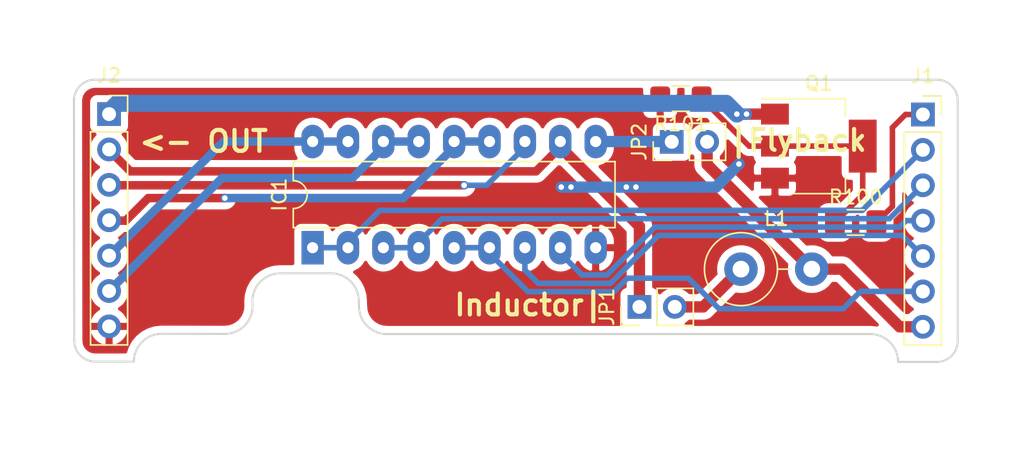
<source format=kicad_pcb>
(kicad_pcb (version 20171130) (host pcbnew 5.1.0-060a0da~80~ubuntu18.10.1)

  (general
    (thickness 1.6)
    (drawings 27)
    (tracks 118)
    (zones 0)
    (modules 9)
    (nets 18)
  )

  (page A4)
  (layers
    (0 F.Cu signal)
    (31 B.Cu signal)
    (32 B.Adhes user)
    (33 F.Adhes user)
    (34 B.Paste user)
    (35 F.Paste user)
    (36 B.SilkS user)
    (37 F.SilkS user)
    (38 B.Mask user)
    (39 F.Mask user)
    (40 Dwgs.User user)
    (41 Cmts.User user hide)
    (42 Eco1.User user)
    (43 Eco2.User user)
    (44 Edge.Cuts user)
    (45 Margin user)
    (46 B.CrtYd user hide)
    (47 F.CrtYd user)
    (48 B.Fab user)
    (49 F.Fab user)
  )

  (setup
    (last_trace_width 1.2192)
    (user_trace_width 0.4)
    (user_trace_width 0.6096)
    (user_trace_width 0.8128)
    (user_trace_width 1.2192)
    (user_trace_width 1.778)
    (trace_clearance 0.2)
    (zone_clearance 0.508)
    (zone_45_only no)
    (trace_min 0.2)
    (via_size 0.6)
    (via_drill 0.4)
    (via_min_size 0.4)
    (via_min_drill 0.3)
    (uvia_size 0.3)
    (uvia_drill 0.1)
    (uvias_allowed no)
    (uvia_min_size 0.2)
    (uvia_min_drill 0.1)
    (edge_width 0.15)
    (segment_width 0.2)
    (pcb_text_width 0.3)
    (pcb_text_size 1.5 1.5)
    (mod_edge_width 0.15)
    (mod_text_size 1 1)
    (mod_text_width 0.15)
    (pad_size 1.524 1.524)
    (pad_drill 0.762)
    (pad_to_mask_clearance 0.2)
    (aux_axis_origin 0 0)
    (visible_elements FFFFFF7F)
    (pcbplotparams
      (layerselection 0x010fc_ffffffff)
      (usegerberextensions true)
      (usegerberattributes false)
      (usegerberadvancedattributes false)
      (creategerberjobfile false)
      (excludeedgelayer true)
      (linewidth 0.100000)
      (plotframeref false)
      (viasonmask false)
      (mode 1)
      (useauxorigin false)
      (hpglpennumber 1)
      (hpglpenspeed 20)
      (hpglpendiameter 15.000000)
      (psnegative false)
      (psa4output false)
      (plotreference true)
      (plotvalue true)
      (plotinvisibletext false)
      (padsonsilk false)
      (subtractmaskfromsilk false)
      (outputformat 1)
      (mirror false)
      (drillshape 0)
      (scaleselection 1)
      (outputdirectory "../gerbers/ULN/"))
  )

  (net 0 "")
  (net 1 "Net-(IC1-Pad1)")
  (net 2 "Net-(IC1-Pad10)")
  (net 3 "Net-(IC1-Pad3)")
  (net 4 "Net-(IC1-Pad5)")
  (net 5 "Net-(IC1-Pad7)")
  (net 6 "Net-(IC1-Pad8)")
  (net 7 GND)
  (net 8 12V)
  (net 9 "Net-(JP1-Pad2)")
  (net 10 ULN-TACH-OUT)
  (net 11 ULN-FP-OUT)
  (net 12 ULN-BOOST-OUT)
  (net 13 ULN-FAN-OUT)
  (net 14 ULN-FAN2-OUT)
  (net 15 "Net-(J1-Pad1)")
  (net 16 ULN-AUX1-OUT)
  (net 17 "Net-(Q1-Pad2)")

  (net_class Default "This is the default net class."
    (clearance 0.2)
    (trace_width 0.25)
    (via_dia 0.6)
    (via_drill 0.4)
    (uvia_dia 0.3)
    (uvia_drill 0.1)
    (add_net 12V)
    (add_net GND)
    (add_net "Net-(IC1-Pad1)")
    (add_net "Net-(IC1-Pad10)")
    (add_net "Net-(IC1-Pad3)")
    (add_net "Net-(IC1-Pad5)")
    (add_net "Net-(IC1-Pad7)")
    (add_net "Net-(IC1-Pad8)")
    (add_net "Net-(J1-Pad1)")
    (add_net "Net-(JP1-Pad2)")
    (add_net "Net-(Q1-Pad2)")
    (add_net ULN-AUX1-OUT)
    (add_net ULN-BOOST-OUT)
    (add_net ULN-FAN-OUT)
    (add_net ULN-FAN2-OUT)
    (add_net ULN-FP-OUT)
    (add_net ULN-TACH-OUT)
  )

  (module Inductor_THT:L_Axial_L12.0mm_D5.0mm_P5.08mm_Vertical_Fastron_MISC (layer F.Cu) (tedit 5AE59B05) (tstamp 5AA050EF)
    (at 83.22 105.85)
    (descr "Inductor, Axial series, Axial, Vertical, pin pitch=5.08mm, , length*diameter=12*5mm^2, Fastron, MISC, http://cdn-reichelt.de/documents/datenblatt/B400/DS_MISC.pdf")
    (tags "Inductor Axial series Axial Vertical pin pitch 5.08mm  length 12mm diameter 5mm Fastron MISC")
    (path /5A550CF1)
    (fp_text reference L1 (at 2.54 -3.62) (layer F.SilkS)
      (effects (font (size 1 1) (thickness 0.15)))
    )
    (fp_text value L (at 2.54 3.62) (layer F.Fab)
      (effects (font (size 1 1) (thickness 0.15)))
    )
    (fp_text user %R (at 2.54 -3.62) (layer F.Fab)
      (effects (font (size 1 1) (thickness 0.15)))
    )
    (fp_line (start 6.53 -2.75) (end -2.75 -2.75) (layer F.CrtYd) (width 0.05))
    (fp_line (start 6.53 2.75) (end 6.53 -2.75) (layer F.CrtYd) (width 0.05))
    (fp_line (start -2.75 2.75) (end 6.53 2.75) (layer F.CrtYd) (width 0.05))
    (fp_line (start -2.75 -2.75) (end -2.75 2.75) (layer F.CrtYd) (width 0.05))
    (fp_line (start 2.62 0) (end 3.58 0) (layer F.SilkS) (width 0.12))
    (fp_line (start 0 0) (end 5.08 0) (layer F.Fab) (width 0.1))
    (fp_circle (center 0 0) (end 2.62 0) (layer F.SilkS) (width 0.12))
    (fp_circle (center 0 0) (end 2.5 0) (layer F.Fab) (width 0.1))
    (pad 2 thru_hole oval (at 5.08 0) (size 2.4 2.4) (drill 1.2) (layers *.Cu *.Mask)
      (net 8 12V))
    (pad 1 thru_hole circle (at 0 0) (size 2.4 2.4) (drill 1.2) (layers *.Cu *.Mask)
      (net 9 "Net-(JP1-Pad2)"))
    (model ${KISYS3DMOD}/Inductor_THT.3dshapes/L_Axial_L12.0mm_D5.0mm_P5.08mm_Vertical_Fastron_MISC.wrl
      (at (xyz 0 0 0))
      (scale (xyz 1 1 1))
      (rotate (xyz 0 0 0))
    )
  )

  (module Housings_DIP:DIP-18_W7.62mm_LongPads (layer F.Cu) (tedit 58CC8E2D) (tstamp 5AA050BD)
    (at 52.47 104.31 90)
    (descr "18-lead dip package, row spacing 7.62 mm (300 mils), LongPads")
    (tags "DIL DIP PDIP 2.54mm 7.62mm 300mil LongPads")
    (path /5A54EB0D)
    (fp_text reference IC1 (at 3.81 -2.39 90) (layer F.SilkS)
      (effects (font (size 1 1) (thickness 0.15)))
    )
    (fp_text value ULN2803A (at 3.81 22.71 90) (layer F.Fab)
      (effects (font (size 1 1) (thickness 0.15)))
    )
    (fp_text user %R (at 3.92 10.16 90) (layer F.Fab)
      (effects (font (size 1 1) (thickness 0.15)))
    )
    (fp_line (start 1.635 -1.27) (end 6.985 -1.27) (layer F.Fab) (width 0.1))
    (fp_line (start 6.985 -1.27) (end 6.985 21.59) (layer F.Fab) (width 0.1))
    (fp_line (start 6.985 21.59) (end 0.635 21.59) (layer F.Fab) (width 0.1))
    (fp_line (start 0.635 21.59) (end 0.635 -0.27) (layer F.Fab) (width 0.1))
    (fp_line (start 0.635 -0.27) (end 1.635 -1.27) (layer F.Fab) (width 0.1))
    (fp_line (start 2.81 -1.39) (end 1.44 -1.39) (layer F.SilkS) (width 0.12))
    (fp_line (start 1.44 -1.39) (end 1.44 21.71) (layer F.SilkS) (width 0.12))
    (fp_line (start 1.44 21.71) (end 6.18 21.71) (layer F.SilkS) (width 0.12))
    (fp_line (start 6.18 21.71) (end 6.18 -1.39) (layer F.SilkS) (width 0.12))
    (fp_line (start 6.18 -1.39) (end 4.81 -1.39) (layer F.SilkS) (width 0.12))
    (fp_line (start -1.5 -1.6) (end -1.5 21.9) (layer F.CrtYd) (width 0.05))
    (fp_line (start -1.5 21.9) (end 9.1 21.9) (layer F.CrtYd) (width 0.05))
    (fp_line (start 9.1 21.9) (end 9.1 -1.6) (layer F.CrtYd) (width 0.05))
    (fp_line (start 9.1 -1.6) (end -1.5 -1.6) (layer F.CrtYd) (width 0.05))
    (fp_arc (start 3.81 -1.39) (end 2.81 -1.39) (angle -180) (layer F.SilkS) (width 0.12))
    (pad 1 thru_hole rect (at 0 0 90) (size 2.4 1.6) (drill 0.8) (layers *.Cu *.Mask)
      (net 1 "Net-(IC1-Pad1)"))
    (pad 10 thru_hole oval (at 7.62 20.32 90) (size 2.4 1.6) (drill 0.8) (layers *.Cu *.Mask)
      (net 2 "Net-(IC1-Pad10)"))
    (pad 2 thru_hole oval (at 0 2.54 90) (size 2.4 1.6) (drill 0.8) (layers *.Cu *.Mask)
      (net 1 "Net-(IC1-Pad1)"))
    (pad 11 thru_hole oval (at 7.62 17.78 90) (size 2.4 1.6) (drill 0.8) (layers *.Cu *.Mask)
      (net 10 ULN-TACH-OUT))
    (pad 3 thru_hole oval (at 0 5.08 90) (size 2.4 1.6) (drill 0.8) (layers *.Cu *.Mask)
      (net 3 "Net-(IC1-Pad3)"))
    (pad 12 thru_hole oval (at 7.62 15.24 90) (size 2.4 1.6) (drill 0.8) (layers *.Cu *.Mask)
      (net 11 ULN-FP-OUT))
    (pad 4 thru_hole oval (at 0 7.62 90) (size 2.4 1.6) (drill 0.8) (layers *.Cu *.Mask)
      (net 3 "Net-(IC1-Pad3)"))
    (pad 13 thru_hole oval (at 7.62 12.7 90) (size 2.4 1.6) (drill 0.8) (layers *.Cu *.Mask)
      (net 14 ULN-FAN2-OUT))
    (pad 5 thru_hole oval (at 0 10.16 90) (size 2.4 1.6) (drill 0.8) (layers *.Cu *.Mask)
      (net 4 "Net-(IC1-Pad5)"))
    (pad 14 thru_hole oval (at 7.62 10.16 90) (size 2.4 1.6) (drill 0.8) (layers *.Cu *.Mask)
      (net 14 ULN-FAN2-OUT))
    (pad 6 thru_hole oval (at 0 12.7 90) (size 2.4 1.6) (drill 0.8) (layers *.Cu *.Mask)
      (net 4 "Net-(IC1-Pad5)"))
    (pad 15 thru_hole oval (at 7.62 7.62 90) (size 2.4 1.6) (drill 0.8) (layers *.Cu *.Mask)
      (net 16 ULN-AUX1-OUT))
    (pad 7 thru_hole oval (at 0 15.24 90) (size 2.4 1.6) (drill 0.8) (layers *.Cu *.Mask)
      (net 5 "Net-(IC1-Pad7)"))
    (pad 16 thru_hole oval (at 7.62 5.08 90) (size 2.4 1.6) (drill 0.8) (layers *.Cu *.Mask)
      (net 16 ULN-AUX1-OUT))
    (pad 8 thru_hole oval (at 0 17.78 90) (size 2.4 1.6) (drill 0.8) (layers *.Cu *.Mask)
      (net 6 "Net-(IC1-Pad8)"))
    (pad 17 thru_hole oval (at 7.62 2.54 90) (size 2.4 1.6) (drill 0.8) (layers *.Cu *.Mask)
      (net 13 ULN-FAN-OUT))
    (pad 9 thru_hole oval (at 0 20.32 90) (size 2.4 1.6) (drill 0.8) (layers *.Cu *.Mask)
      (net 7 GND))
    (pad 18 thru_hole oval (at 7.62 0 90) (size 2.4 1.6) (drill 0.8) (layers *.Cu *.Mask)
      (net 13 ULN-FAN-OUT))
    (model ${KISYS3DMOD}/Housings_DIP.3dshapes/DIP-18_W7.62mm_LongPads.wrl
      (at (xyz 0 0 0))
      (scale (xyz 1 1 1))
      (rotate (xyz 0 0 0))
    )
  )

  (module Pin_Headers:Pin_Header_Straight_1x02_Pitch2.54mm (layer F.Cu) (tedit 59650532) (tstamp 5AA050E3)
    (at 75.93 108.56 90)
    (descr "Through hole straight pin header, 1x02, 2.54mm pitch, single row")
    (tags "Through hole pin header THT 1x02 2.54mm single row")
    (path /5A550FDB)
    (fp_text reference JP1 (at 0 -2.33 90) (layer F.SilkS)
      (effects (font (size 1 1) (thickness 0.15)))
    )
    (fp_text value JP1 (at 0 4.87 90) (layer F.Fab)
      (effects (font (size 1 1) (thickness 0.15)))
    )
    (fp_line (start -0.635 -1.27) (end 1.27 -1.27) (layer F.Fab) (width 0.1))
    (fp_line (start 1.27 -1.27) (end 1.27 3.81) (layer F.Fab) (width 0.1))
    (fp_line (start 1.27 3.81) (end -1.27 3.81) (layer F.Fab) (width 0.1))
    (fp_line (start -1.27 3.81) (end -1.27 -0.635) (layer F.Fab) (width 0.1))
    (fp_line (start -1.27 -0.635) (end -0.635 -1.27) (layer F.Fab) (width 0.1))
    (fp_line (start -1.33 3.87) (end 1.33 3.87) (layer F.SilkS) (width 0.12))
    (fp_line (start -1.33 1.27) (end -1.33 3.87) (layer F.SilkS) (width 0.12))
    (fp_line (start 1.33 1.27) (end 1.33 3.87) (layer F.SilkS) (width 0.12))
    (fp_line (start -1.33 1.27) (end 1.33 1.27) (layer F.SilkS) (width 0.12))
    (fp_line (start -1.33 0) (end -1.33 -1.33) (layer F.SilkS) (width 0.12))
    (fp_line (start -1.33 -1.33) (end 0 -1.33) (layer F.SilkS) (width 0.12))
    (fp_line (start -1.8 -1.8) (end -1.8 4.35) (layer F.CrtYd) (width 0.05))
    (fp_line (start -1.8 4.35) (end 1.8 4.35) (layer F.CrtYd) (width 0.05))
    (fp_line (start 1.8 4.35) (end 1.8 -1.8) (layer F.CrtYd) (width 0.05))
    (fp_line (start 1.8 -1.8) (end -1.8 -1.8) (layer F.CrtYd) (width 0.05))
    (fp_text user %R (at 0.26 1.24 180) (layer F.Fab)
      (effects (font (size 1 1) (thickness 0.15)))
    )
    (pad 1 thru_hole rect (at 0 0 90) (size 1.7 1.7) (drill 1) (layers *.Cu *.Mask)
      (net 10 ULN-TACH-OUT))
    (pad 2 thru_hole oval (at 0 2.54 90) (size 1.7 1.7) (drill 1) (layers *.Cu *.Mask)
      (net 9 "Net-(JP1-Pad2)"))
    (model ${KISYS3DMOD}/Pin_Headers.3dshapes/Pin_Header_Straight_1x02_Pitch2.54mm.wrl
      (at (xyz 0 0 0))
      (scale (xyz 1 1 1))
      (rotate (xyz 0 0 0))
    )
  )

  (module Pin_Headers:Pin_Header_Straight_1x02_Pitch2.54mm (layer F.Cu) (tedit 59650532) (tstamp 5AA050E9)
    (at 78.25 96.71 90)
    (descr "Through hole straight pin header, 1x02, 2.54mm pitch, single row")
    (tags "Through hole pin header THT 1x02 2.54mm single row")
    (path /5A54F43C)
    (fp_text reference JP2 (at 0 -2.33 90) (layer F.SilkS)
      (effects (font (size 1 1) (thickness 0.15)))
    )
    (fp_text value JP2 (at 0 4.87 90) (layer F.Fab)
      (effects (font (size 1 1) (thickness 0.15)))
    )
    (fp_line (start -0.635 -1.27) (end 1.27 -1.27) (layer F.Fab) (width 0.1))
    (fp_line (start 1.27 -1.27) (end 1.27 3.81) (layer F.Fab) (width 0.1))
    (fp_line (start 1.27 3.81) (end -1.27 3.81) (layer F.Fab) (width 0.1))
    (fp_line (start -1.27 3.81) (end -1.27 -0.635) (layer F.Fab) (width 0.1))
    (fp_line (start -1.27 -0.635) (end -0.635 -1.27) (layer F.Fab) (width 0.1))
    (fp_line (start -1.33 3.87) (end 1.33 3.87) (layer F.SilkS) (width 0.12))
    (fp_line (start -1.33 1.27) (end -1.33 3.87) (layer F.SilkS) (width 0.12))
    (fp_line (start 1.33 1.27) (end 1.33 3.87) (layer F.SilkS) (width 0.12))
    (fp_line (start -1.33 1.27) (end 1.33 1.27) (layer F.SilkS) (width 0.12))
    (fp_line (start -1.33 0) (end -1.33 -1.33) (layer F.SilkS) (width 0.12))
    (fp_line (start -1.33 -1.33) (end 0 -1.33) (layer F.SilkS) (width 0.12))
    (fp_line (start -1.8 -1.8) (end -1.8 4.35) (layer F.CrtYd) (width 0.05))
    (fp_line (start -1.8 4.35) (end 1.8 4.35) (layer F.CrtYd) (width 0.05))
    (fp_line (start 1.8 4.35) (end 1.8 -1.8) (layer F.CrtYd) (width 0.05))
    (fp_line (start 1.8 -1.8) (end -1.8 -1.8) (layer F.CrtYd) (width 0.05))
    (fp_text user %R (at 0 1.27 180) (layer F.Fab)
      (effects (font (size 1 1) (thickness 0.15)))
    )
    (pad 1 thru_hole rect (at 0 0 90) (size 1.7 1.7) (drill 1) (layers *.Cu *.Mask)
      (net 2 "Net-(IC1-Pad10)"))
    (pad 2 thru_hole oval (at 0 2.54 90) (size 1.7 1.7) (drill 1) (layers *.Cu *.Mask)
      (net 8 12V))
    (model ${KISYS3DMOD}/Pin_Headers.3dshapes/Pin_Header_Straight_1x02_Pitch2.54mm.wrl
      (at (xyz 0 0 0))
      (scale (xyz 1 1 1))
      (rotate (xyz 0 0 0))
    )
  )

  (module Connector_PinSocket_2.54mm:PinSocket_1x07_P2.54mm_Vertical (layer F.Cu) (tedit 5A19A433) (tstamp 5C93C81D)
    (at 96.28 94.75)
    (descr "Through hole straight socket strip, 1x07, 2.54mm pitch, single row (from Kicad 4.0.7), script generated")
    (tags "Through hole socket strip THT 1x07 2.54mm single row")
    (path /5C94DD8D)
    (fp_text reference J1 (at 0 -2.77) (layer F.SilkS)
      (effects (font (size 1 1) (thickness 0.15)))
    )
    (fp_text value Conn_01x07_Male (at 0 18.01) (layer F.Fab)
      (effects (font (size 1 1) (thickness 0.15)))
    )
    (fp_line (start -1.27 -1.27) (end 0.635 -1.27) (layer F.Fab) (width 0.1))
    (fp_line (start 0.635 -1.27) (end 1.27 -0.635) (layer F.Fab) (width 0.1))
    (fp_line (start 1.27 -0.635) (end 1.27 16.51) (layer F.Fab) (width 0.1))
    (fp_line (start 1.27 16.51) (end -1.27 16.51) (layer F.Fab) (width 0.1))
    (fp_line (start -1.27 16.51) (end -1.27 -1.27) (layer F.Fab) (width 0.1))
    (fp_line (start -1.33 1.27) (end 1.33 1.27) (layer F.SilkS) (width 0.12))
    (fp_line (start -1.33 1.27) (end -1.33 16.57) (layer F.SilkS) (width 0.12))
    (fp_line (start -1.33 16.57) (end 1.33 16.57) (layer F.SilkS) (width 0.12))
    (fp_line (start 1.33 1.27) (end 1.33 16.57) (layer F.SilkS) (width 0.12))
    (fp_line (start 1.33 -1.33) (end 1.33 0) (layer F.SilkS) (width 0.12))
    (fp_line (start 0 -1.33) (end 1.33 -1.33) (layer F.SilkS) (width 0.12))
    (fp_line (start -1.8 -1.8) (end 1.75 -1.8) (layer F.CrtYd) (width 0.05))
    (fp_line (start 1.75 -1.8) (end 1.75 17) (layer F.CrtYd) (width 0.05))
    (fp_line (start 1.75 17) (end -1.8 17) (layer F.CrtYd) (width 0.05))
    (fp_line (start -1.8 17) (end -1.8 -1.8) (layer F.CrtYd) (width 0.05))
    (fp_text user %R (at 0 7.62 90) (layer F.Fab)
      (effects (font (size 1 1) (thickness 0.15)))
    )
    (pad 1 thru_hole rect (at 0 0) (size 1.7 1.7) (drill 1) (layers *.Cu *.Mask)
      (net 15 "Net-(J1-Pad1)"))
    (pad 2 thru_hole oval (at 0 2.54) (size 1.7 1.7) (drill 1) (layers *.Cu *.Mask)
      (net 1 "Net-(IC1-Pad1)"))
    (pad 3 thru_hole oval (at 0 5.08) (size 1.7 1.7) (drill 1) (layers *.Cu *.Mask)
      (net 3 "Net-(IC1-Pad3)"))
    (pad 4 thru_hole oval (at 0 7.62) (size 1.7 1.7) (drill 1) (layers *.Cu *.Mask)
      (net 6 "Net-(IC1-Pad8)"))
    (pad 5 thru_hole oval (at 0 10.16) (size 1.7 1.7) (drill 1) (layers *.Cu *.Mask)
      (net 5 "Net-(IC1-Pad7)"))
    (pad 6 thru_hole oval (at 0 12.7) (size 1.7 1.7) (drill 1) (layers *.Cu *.Mask)
      (net 4 "Net-(IC1-Pad5)"))
    (pad 7 thru_hole oval (at 0 15.24) (size 1.7 1.7) (drill 1) (layers *.Cu *.Mask)
      (net 8 12V))
    (model ${KISYS3DMOD}/Connector_PinSocket_2.54mm.3dshapes/PinSocket_1x07_P2.54mm_Vertical.wrl
      (at (xyz 0 0 0))
      (scale (xyz 1 1 1))
      (rotate (xyz 0 0 0))
    )
  )

  (module Connector_PinSocket_2.54mm:PinSocket_1x07_P2.54mm_Vertical (layer F.Cu) (tedit 5A19A433) (tstamp 5C93C838)
    (at 37.86 94.72)
    (descr "Through hole straight socket strip, 1x07, 2.54mm pitch, single row (from Kicad 4.0.7), script generated")
    (tags "Through hole socket strip THT 1x07 2.54mm single row")
    (path /5C95E4FA)
    (fp_text reference J2 (at 0 -2.77) (layer F.SilkS)
      (effects (font (size 1 1) (thickness 0.15)))
    )
    (fp_text value Conn_01x07_Male (at 0 18.01) (layer F.Fab)
      (effects (font (size 1 1) (thickness 0.15)))
    )
    (fp_text user %R (at 0 7.62 90) (layer F.Fab)
      (effects (font (size 1 1) (thickness 0.15)))
    )
    (fp_line (start -1.8 17) (end -1.8 -1.8) (layer F.CrtYd) (width 0.05))
    (fp_line (start 1.75 17) (end -1.8 17) (layer F.CrtYd) (width 0.05))
    (fp_line (start 1.75 -1.8) (end 1.75 17) (layer F.CrtYd) (width 0.05))
    (fp_line (start -1.8 -1.8) (end 1.75 -1.8) (layer F.CrtYd) (width 0.05))
    (fp_line (start 0 -1.33) (end 1.33 -1.33) (layer F.SilkS) (width 0.12))
    (fp_line (start 1.33 -1.33) (end 1.33 0) (layer F.SilkS) (width 0.12))
    (fp_line (start 1.33 1.27) (end 1.33 16.57) (layer F.SilkS) (width 0.12))
    (fp_line (start -1.33 16.57) (end 1.33 16.57) (layer F.SilkS) (width 0.12))
    (fp_line (start -1.33 1.27) (end -1.33 16.57) (layer F.SilkS) (width 0.12))
    (fp_line (start -1.33 1.27) (end 1.33 1.27) (layer F.SilkS) (width 0.12))
    (fp_line (start -1.27 16.51) (end -1.27 -1.27) (layer F.Fab) (width 0.1))
    (fp_line (start 1.27 16.51) (end -1.27 16.51) (layer F.Fab) (width 0.1))
    (fp_line (start 1.27 -0.635) (end 1.27 16.51) (layer F.Fab) (width 0.1))
    (fp_line (start 0.635 -1.27) (end 1.27 -0.635) (layer F.Fab) (width 0.1))
    (fp_line (start -1.27 -1.27) (end 0.635 -1.27) (layer F.Fab) (width 0.1))
    (pad 7 thru_hole oval (at 0 15.24) (size 1.7 1.7) (drill 1) (layers *.Cu *.Mask)
      (net 7 GND))
    (pad 6 thru_hole oval (at 0 12.7) (size 1.7 1.7) (drill 1) (layers *.Cu *.Mask)
      (net 16 ULN-AUX1-OUT))
    (pad 5 thru_hole oval (at 0 10.16) (size 1.7 1.7) (drill 1) (layers *.Cu *.Mask)
      (net 13 ULN-FAN-OUT))
    (pad 4 thru_hole oval (at 0 7.62) (size 1.7 1.7) (drill 1) (layers *.Cu *.Mask)
      (net 14 ULN-FAN2-OUT))
    (pad 3 thru_hole oval (at 0 5.08) (size 1.7 1.7) (drill 1) (layers *.Cu *.Mask)
      (net 11 ULN-FP-OUT))
    (pad 2 thru_hole oval (at 0 2.54) (size 1.7 1.7) (drill 1) (layers *.Cu *.Mask)
      (net 10 ULN-TACH-OUT))
    (pad 1 thru_hole rect (at 0 0) (size 1.7 1.7) (drill 1) (layers *.Cu *.Mask)
      (net 12 ULN-BOOST-OUT))
    (model ${KISYS3DMOD}/Connector_PinSocket_2.54mm.3dshapes/PinSocket_1x07_P2.54mm_Vertical.wrl
      (at (xyz 0 0 0))
      (scale (xyz 1 1 1))
      (rotate (xyz 0 0 0))
    )
  )

  (module Package_TO_SOT_SMD:SOT-223-3_TabPin2 (layer F.Cu) (tedit 5A02FF57) (tstamp 5C93C84E)
    (at 88.81 97.02)
    (descr "module CMS SOT223 4 pins")
    (tags "CMS SOT")
    (path /5C944AE1)
    (attr smd)
    (fp_text reference Q1 (at 0 -4.5) (layer F.SilkS)
      (effects (font (size 1 1) (thickness 0.15)))
    )
    (fp_text value DMN3023L (at 0 4.5) (layer F.Fab)
      (effects (font (size 1 1) (thickness 0.15)))
    )
    (fp_text user %R (at 0 0 90) (layer F.Fab)
      (effects (font (size 0.8 0.8) (thickness 0.12)))
    )
    (fp_line (start 1.91 3.41) (end 1.91 2.15) (layer F.SilkS) (width 0.12))
    (fp_line (start 1.91 -3.41) (end 1.91 -2.15) (layer F.SilkS) (width 0.12))
    (fp_line (start 4.4 -3.6) (end -4.4 -3.6) (layer F.CrtYd) (width 0.05))
    (fp_line (start 4.4 3.6) (end 4.4 -3.6) (layer F.CrtYd) (width 0.05))
    (fp_line (start -4.4 3.6) (end 4.4 3.6) (layer F.CrtYd) (width 0.05))
    (fp_line (start -4.4 -3.6) (end -4.4 3.6) (layer F.CrtYd) (width 0.05))
    (fp_line (start -1.85 -2.35) (end -0.85 -3.35) (layer F.Fab) (width 0.1))
    (fp_line (start -1.85 -2.35) (end -1.85 3.35) (layer F.Fab) (width 0.1))
    (fp_line (start -1.85 3.41) (end 1.91 3.41) (layer F.SilkS) (width 0.12))
    (fp_line (start -0.85 -3.35) (end 1.85 -3.35) (layer F.Fab) (width 0.1))
    (fp_line (start -4.1 -3.41) (end 1.91 -3.41) (layer F.SilkS) (width 0.12))
    (fp_line (start -1.85 3.35) (end 1.85 3.35) (layer F.Fab) (width 0.1))
    (fp_line (start 1.85 -3.35) (end 1.85 3.35) (layer F.Fab) (width 0.1))
    (pad 2 smd rect (at 3.15 0) (size 2 3.8) (layers F.Cu F.Paste F.Mask)
      (net 17 "Net-(Q1-Pad2)"))
    (pad 2 smd rect (at -3.15 0) (size 2 1.5) (layers F.Cu F.Paste F.Mask)
      (net 17 "Net-(Q1-Pad2)"))
    (pad 3 smd rect (at -3.15 2.3) (size 2 1.5) (layers F.Cu F.Paste F.Mask)
      (net 7 GND))
    (pad 1 smd rect (at -3.15 -2.3) (size 2 1.5) (layers F.Cu F.Paste F.Mask)
      (net 12 ULN-BOOST-OUT))
    (model ${KISYS3DMOD}/Package_TO_SOT_SMD.3dshapes/SOT-223.wrl
      (at (xyz 0 0 0))
      (scale (xyz 1 1 1))
      (rotate (xyz 0 0 0))
    )
  )

  (module Resistor_SMD:R_1206_3216Metric_Pad1.42x1.75mm_HandSolder (layer F.Cu) (tedit 5B301BBD) (tstamp 5C93C85F)
    (at 91.4525 102.5)
    (descr "Resistor SMD 1206 (3216 Metric), square (rectangular) end terminal, IPC_7351 nominal with elongated pad for handsoldering. (Body size source: http://www.tortai-tech.com/upload/download/2011102023233369053.pdf), generated with kicad-footprint-generator")
    (tags "resistor handsolder")
    (path /5C946B78)
    (attr smd)
    (fp_text reference R100 (at 0 -1.82) (layer F.SilkS)
      (effects (font (size 1 1) (thickness 0.15)))
    )
    (fp_text value 1k (at -0.085001 2.294999) (layer F.Fab)
      (effects (font (size 1 1) (thickness 0.15)))
    )
    (fp_text user %R (at -0.12 0.08) (layer F.Fab)
      (effects (font (size 0.8 0.8) (thickness 0.12)))
    )
    (fp_line (start 2.45 1.12) (end -2.45 1.12) (layer F.CrtYd) (width 0.05))
    (fp_line (start 2.45 -1.12) (end 2.45 1.12) (layer F.CrtYd) (width 0.05))
    (fp_line (start -2.45 -1.12) (end 2.45 -1.12) (layer F.CrtYd) (width 0.05))
    (fp_line (start -2.45 1.12) (end -2.45 -1.12) (layer F.CrtYd) (width 0.05))
    (fp_line (start -0.602064 0.91) (end 0.602064 0.91) (layer F.SilkS) (width 0.12))
    (fp_line (start -0.602064 -0.91) (end 0.602064 -0.91) (layer F.SilkS) (width 0.12))
    (fp_line (start 1.6 0.8) (end -1.6 0.8) (layer F.Fab) (width 0.1))
    (fp_line (start 1.6 -0.8) (end 1.6 0.8) (layer F.Fab) (width 0.1))
    (fp_line (start -1.6 -0.8) (end 1.6 -0.8) (layer F.Fab) (width 0.1))
    (fp_line (start -1.6 0.8) (end -1.6 -0.8) (layer F.Fab) (width 0.1))
    (pad 2 smd roundrect (at 1.4875 0) (size 1.425 1.75) (layers F.Cu F.Paste F.Mask) (roundrect_rratio 0.175439)
      (net 15 "Net-(J1-Pad1)"))
    (pad 1 smd roundrect (at -1.4875 0) (size 1.425 1.75) (layers F.Cu F.Paste F.Mask) (roundrect_rratio 0.175439)
      (net 17 "Net-(Q1-Pad2)"))
    (model ${KISYS3DMOD}/Resistor_SMD.3dshapes/R_1206_3216Metric.wrl
      (at (xyz 0 0 0))
      (scale (xyz 1 1 1))
      (rotate (xyz 0 0 0))
    )
  )

  (module Resistor_SMD:R_1206_3216Metric_Pad1.42x1.75mm_HandSolder (layer F.Cu) (tedit 5B301BBD) (tstamp 5C93C870)
    (at 78.91 93.61 180)
    (descr "Resistor SMD 1206 (3216 Metric), square (rectangular) end terminal, IPC_7351 nominal with elongated pad for handsoldering. (Body size source: http://www.tortai-tech.com/upload/download/2011102023233369053.pdf), generated with kicad-footprint-generator")
    (tags "resistor handsolder")
    (path /5C945661)
    (attr smd)
    (fp_text reference R101 (at 0 -1.82 180) (layer F.SilkS)
      (effects (font (size 1 1) (thickness 0.15)))
    )
    (fp_text value 100k (at 0 1.82 180) (layer F.Fab)
      (effects (font (size 1 1) (thickness 0.15)))
    )
    (fp_line (start -1.6 0.8) (end -1.6 -0.8) (layer F.Fab) (width 0.1))
    (fp_line (start -1.6 -0.8) (end 1.6 -0.8) (layer F.Fab) (width 0.1))
    (fp_line (start 1.6 -0.8) (end 1.6 0.8) (layer F.Fab) (width 0.1))
    (fp_line (start 1.6 0.8) (end -1.6 0.8) (layer F.Fab) (width 0.1))
    (fp_line (start -0.602064 -0.91) (end 0.602064 -0.91) (layer F.SilkS) (width 0.12))
    (fp_line (start -0.602064 0.91) (end 0.602064 0.91) (layer F.SilkS) (width 0.12))
    (fp_line (start -2.45 1.12) (end -2.45 -1.12) (layer F.CrtYd) (width 0.05))
    (fp_line (start -2.45 -1.12) (end 2.45 -1.12) (layer F.CrtYd) (width 0.05))
    (fp_line (start 2.45 -1.12) (end 2.45 1.12) (layer F.CrtYd) (width 0.05))
    (fp_line (start 2.45 1.12) (end -2.45 1.12) (layer F.CrtYd) (width 0.05))
    (fp_text user %R (at 0 0 180) (layer F.Fab)
      (effects (font (size 0.8 0.8) (thickness 0.12)))
    )
    (pad 1 smd roundrect (at -1.4875 0 180) (size 1.425 1.75) (layers F.Cu F.Paste F.Mask) (roundrect_rratio 0.175439)
      (net 17 "Net-(Q1-Pad2)"))
    (pad 2 smd roundrect (at 1.4875 0 180) (size 1.425 1.75) (layers F.Cu F.Paste F.Mask) (roundrect_rratio 0.175439)
      (net 7 GND))
    (model ${KISYS3DMOD}/Resistor_SMD.3dshapes/R_1206_3216Metric.wrl
      (at (xyz 0 0 0))
      (scale (xyz 1 1 1))
      (rotate (xyz 0 0 0))
    )
  )

  (gr_line (start 36.86 112.49) (end 39.64 112.49) (layer Edge.Cuts) (width 0.15) (tstamp 5C93C33C))
  (gr_line (start 41.64 110.49) (end 46.16 110.5) (layer Edge.Cuts) (width 0.15) (tstamp 5C93C2BE))
  (gr_line (start 48.15 108.15) (end 48.16 108.5) (layer Edge.Cuts) (width 0.15) (tstamp 5C93C240))
  (gr_line (start 50.15 106.15) (end 53.79 106.15) (layer Edge.Cuts) (width 0.15) (tstamp 5C93C1C2))
  (gr_line (start 55.8 108.51) (end 55.79 108.15) (layer Edge.Cuts) (width 0.15) (tstamp 5C93C142))
  (gr_line (start 57.8 110.51) (end 92.5 110.51) (layer Edge.Cuts) (width 0.15) (tstamp 5C93C0B7))
  (gr_line (start 97.28 92.25) (end 36.84 92.25) (layer Edge.Cuts) (width 0.15) (tstamp 5C93BFBA))
  (gr_line (start 98.78 111) (end 98.78 93.75) (layer Edge.Cuts) (width 0.15) (tstamp 5C93BEB6))
  (gr_line (start 94.5 112.51) (end 97.28 112.51) (layer Edge.Cuts) (width 0.15) (tstamp 5C93BE36))
  (gr_line (start 35.34 93.75) (end 35.36 110.99) (layer Edge.Cuts) (width 0.15) (tstamp 5C93BB33))
  (gr_text Inductor| (at 68.01 108.42) (layer F.SilkS) (tstamp 5C66073F)
    (effects (font (size 1.5 1.5) (thickness 0.3)))
  )
  (gr_text |Flyback (at 87.27 96.61) (layer F.SilkS)
    (effects (font (size 1.5 1.5) (thickness 0.3)))
  )
  (gr_line (start 111.34 110.92) (end 110.91 110.49) (layer Cmts.User) (width 0.2) (tstamp 5C65DDC6))
  (gr_line (start 41.78 110.49) (end 110.91 110.49) (layer Cmts.User) (width 0.2))
  (gr_arc (start 57.8 108.51) (end 55.8 108.51) (angle -90) (layer Edge.Cuts) (width 0.15) (tstamp 5C65DD7A))
  (gr_arc (start 53.79 108.15) (end 55.79 108.15) (angle -90) (layer Edge.Cuts) (width 0.15) (tstamp 5C65DD16))
  (gr_arc (start 50.15 108.15) (end 50.15 106.15) (angle -90) (layer Edge.Cuts) (width 0.15) (tstamp 5C65DD0D))
  (gr_arc (start 46.16 108.5) (end 46.16 110.5) (angle -90) (layer Edge.Cuts) (width 0.15) (tstamp 5C65DD07))
  (gr_line (start 104.6 106.16) (end 106.07 105.51) (layer Cmts.User) (width 0.2))
  (gr_line (start 37.86 106.16) (end 104.6 106.16) (layer Cmts.User) (width 0.2))
  (gr_arc (start 41.64 112.49) (end 41.64 110.49) (angle -90) (layer Edge.Cuts) (width 0.15) (tstamp 5C2A1C3C))
  (gr_arc (start 92.5 112.51) (end 94.5 112.51) (angle -90) (layer Edge.Cuts) (width 0.15))
  (gr_arc (start 36.84 93.75) (end 35.34 93.75) (angle 90) (layer Edge.Cuts) (width 0.15))
  (gr_arc (start 97.28 93.75) (end 97.28 92.25) (angle 90) (layer Edge.Cuts) (width 0.15))
  (gr_arc (start 97.28 111.01) (end 98.78 111) (angle 90.3819662) (layer Edge.Cuts) (width 0.15))
  (gr_arc (start 36.86 110.99) (end 36.86 112.49) (angle 90) (layer Edge.Cuts) (width 0.15))
  (gr_text "<- OUT" (at 44.65 96.68) (layer F.SilkS)
    (effects (font (size 1.5 1.5) (thickness 0.3)))
  )

  (segment (start 55.01 104.31) (end 55.01 104.71) (width 0.4) (layer F.Cu) (net 1))
  (segment (start 55.01 103.91) (end 57.29 101.63) (width 0.4) (layer B.Cu) (net 1))
  (segment (start 55.01 104.31) (end 55.01 103.91) (width 0.4) (layer B.Cu) (net 1))
  (segment (start 91.93 101.63) (end 96.27 97.29) (width 0.4) (layer B.Cu) (net 1))
  (segment (start 57.29 101.63) (end 91.93 101.63) (width 0.4) (layer B.Cu) (net 1))
  (segment (start 52.47 104.31) (end 55.01 104.31) (width 0.4) (layer B.Cu) (net 1))
  (segment (start 78.23 96.69) (end 78.25 96.71) (width 0.8128) (layer F.Cu) (net 2))
  (segment (start 78.23 96.69) (end 78.25 96.71) (width 0.8128) (layer B.Cu) (net 2))
  (segment (start 72.79 96.69) (end 78.23 96.69) (width 0.8128) (layer B.Cu) (net 2))
  (segment (start 60.09 103.91) (end 60.09 104.31) (width 0.4) (layer B.Cu) (net 3))
  (segment (start 61.769991 102.230009) (end 60.09 103.91) (width 0.4) (layer B.Cu) (net 3))
  (segment (start 96.27 99.83) (end 93.869991 102.230009) (width 0.4) (layer B.Cu) (net 3))
  (segment (start 93.869991 102.230009) (end 61.769991 102.230009) (width 0.4) (layer B.Cu) (net 3))
  (segment (start 57.55 104.31) (end 60.09 104.31) (width 0.4) (layer B.Cu) (net 3))
  (segment (start 62.63 104.31) (end 65.17 104.31) (width 0.4) (layer B.Cu) (net 4))
  (segment (start 96.27 107.45) (end 91.8 107.45) (width 0.4) (layer B.Cu) (net 4))
  (segment (start 91.8 107.45) (end 90.56 108.69) (width 0.4) (layer B.Cu) (net 4))
  (segment (start 90.56 108.69) (end 81.64 108.69) (width 0.4) (layer B.Cu) (net 4))
  (segment (start 80.259999 107.309999) (end 80.249999 107.309999) (width 0.4) (layer B.Cu) (net 4))
  (segment (start 81.64 108.69) (end 80.259999 107.309999) (width 0.4) (layer B.Cu) (net 4))
  (segment (start 80.249999 107.309999) (end 79.44 106.5) (width 0.4) (layer B.Cu) (net 4))
  (segment (start 75.067084 106.5) (end 74.097064 107.47002) (width 0.4) (layer B.Cu) (net 4))
  (segment (start 79.44 106.5) (end 75.067084 106.5) (width 0.4) (layer B.Cu) (net 4))
  (segment (start 65.17 104.71) (end 65.17 104.31) (width 0.4) (layer B.Cu) (net 4))
  (segment (start 74.097064 107.47002) (end 67.93002 107.47002) (width 0.4) (layer B.Cu) (net 4))
  (segment (start 67.93002 107.47002) (end 65.17 104.71) (width 0.4) (layer B.Cu) (net 4))
  (segment (start 67.71 104.31) (end 67.71 104.71) (width 0.4) (layer B.Cu) (net 5))
  (segment (start 73.848532 106.87001) (end 77.288513 103.430029) (width 0.4) (layer B.Cu) (net 5))
  (segment (start 68.67001 106.87001) (end 73.848532 106.87001) (width 0.4) (layer B.Cu) (net 5))
  (segment (start 67.71 104.31) (end 67.71 105.91) (width 0.4) (layer B.Cu) (net 5))
  (segment (start 67.71 105.91) (end 68.67001 106.87001) (width 0.4) (layer B.Cu) (net 5))
  (segment (start 94.790029 103.430029) (end 96.27 104.91) (width 0.4) (layer B.Cu) (net 5))
  (segment (start 77.288513 103.430029) (end 94.790029 103.430029) (width 0.4) (layer B.Cu) (net 5))
  (segment (start 70.25 104.71) (end 70.25 104.31) (width 0.4) (layer B.Cu) (net 6))
  (segment (start 96.27 102.37) (end 95.067919 102.37) (width 0.4) (layer B.Cu) (net 6))
  (segment (start 94.6079 102.830019) (end 77.039981 102.830019) (width 0.4) (layer B.Cu) (net 6))
  (segment (start 95.067919 102.37) (end 94.6079 102.830019) (width 0.4) (layer B.Cu) (net 6))
  (segment (start 77.039981 102.830019) (end 73.6 106.27) (width 0.4) (layer B.Cu) (net 6))
  (segment (start 73.6 106.27) (end 71.81 106.27) (width 0.4) (layer B.Cu) (net 6))
  (segment (start 71.81 106.27) (end 70.25 104.71) (width 0.4) (layer B.Cu) (net 6))
  (segment (start 57.55 97.09) (end 57.55 96.69) (width 0.6096) (layer B.Cu) (net 16))
  (segment (start 57.55 96.69) (end 60.09 96.69) (width 0.6096) (layer B.Cu) (net 16))
  (via (at 70.32 99.96) (size 0.6) (drill 0.4) (layers F.Cu B.Cu) (net 7))
  (segment (start 70.32 99.96) (end 71.02 99.96) (width 0.8128) (layer B.Cu) (net 7))
  (segment (start 80.51 99.96) (end 80.51 99.96) (width 0.8128) (layer B.Cu) (net 7) (tstamp 5C93CF49))
  (segment (start 80.51 99.96) (end 81.42 99.96) (width 0.8128) (layer B.Cu) (net 7))
  (segment (start 81.42 99.96) (end 83.075 98.305) (width 0.8128) (layer B.Cu) (net 7))
  (segment (start 83.075 98.305) (end 83.09 98.29) (width 0.8128) (layer B.Cu) (net 7) (tstamp 5C93CF54))
  (via (at 83.075 98.305) (size 0.6) (drill 0.4) (layers F.Cu B.Cu) (net 7))
  (segment (start 74.99 99.96) (end 75.68 99.96) (width 0.8128) (layer B.Cu) (net 7) (tstamp 5C93CF97))
  (via (at 74.99 99.96) (size 0.6) (drill 0.4) (layers F.Cu B.Cu) (net 7))
  (segment (start 74.99 99.535736) (end 75 99.525736) (width 0.8128) (layer F.Cu) (net 7))
  (segment (start 74.99 99.96) (end 74.99 99.535736) (width 0.8128) (layer F.Cu) (net 7))
  (segment (start 75.68 99.96) (end 76.38 99.96) (width 0.8128) (layer B.Cu) (net 7) (tstamp 5C93D076))
  (via (at 75.68 99.96) (size 0.6) (drill 0.4) (layers F.Cu B.Cu) (net 7))
  (segment (start 76.38 99.96) (end 80.51 99.96) (width 0.8128) (layer B.Cu) (net 7) (tstamp 5C93D078))
  (segment (start 71.02 99.96) (end 74.99 99.96) (width 0.8128) (layer B.Cu) (net 7) (tstamp 5C93D07A))
  (via (at 71.02 99.96) (size 0.6) (drill 0.4) (layers F.Cu B.Cu) (net 7))
  (segment (start 89.997056 105.85) (end 88.3 105.85) (width 0.8128) (layer F.Cu) (net 8))
  (segment (start 90.4672 105.85) (end 89.997056 105.85) (width 0.8128) (layer F.Cu) (net 8))
  (segment (start 96.27 109.99) (end 94.6072 109.99) (width 0.8128) (layer F.Cu) (net 8))
  (segment (start 94.6072 109.99) (end 90.4672 105.85) (width 0.8128) (layer F.Cu) (net 8))
  (segment (start 80.79 98.34) (end 80.79 96.71) (width 0.8128) (layer F.Cu) (net 8))
  (segment (start 88.3 105.85) (end 80.79 98.34) (width 0.8128) (layer F.Cu) (net 8))
  (segment (start 80.51 108.56) (end 83.22 105.85) (width 0.8128) (layer F.Cu) (net 9))
  (segment (start 78.47 108.56) (end 80.51 108.56) (width 0.8128) (layer F.Cu) (net 9))
  (segment (start 70.25 96.69) (end 70.25 97.09) (width 0.8128) (layer F.Cu) (net 10))
  (segment (start 70.25 97.09) (end 74.1 100.94) (width 0.8128) (layer F.Cu) (net 10))
  (segment (start 74.1 100.94) (end 74.88 101.72) (width 0.8128) (layer F.Cu) (net 10))
  (segment (start 37.85 97.29) (end 39.39 98.83) (width 0.6096) (layer F.Cu) (net 10))
  (segment (start 68.51 98.83) (end 70.25 97.09) (width 0.6096) (layer F.Cu) (net 10))
  (segment (start 39.39 98.83) (end 68.51 98.83) (width 0.6096) (layer F.Cu) (net 10))
  (segment (start 75.93 102.77) (end 75.93 108.56) (width 0.8128) (layer F.Cu) (net 10))
  (segment (start 74.1 100.94) (end 75.93 102.77) (width 0.8128) (layer F.Cu) (net 10))
  (segment (start 63.35 99.83) (end 63.35 99.83) (width 0.4) (layer F.Cu) (net 11) (tstamp 5C6604EC))
  (via (at 63.35 99.83) (size 0.6) (drill 0.4) (layers F.Cu B.Cu) (net 11))
  (segment (start 63.774264 99.83) (end 63.35 99.83) (width 0.4) (layer B.Cu) (net 11))
  (segment (start 64.97 99.83) (end 63.774264 99.83) (width 0.4) (layer B.Cu) (net 11))
  (segment (start 67.71 96.69) (end 67.71 97.09) (width 0.4) (layer B.Cu) (net 11))
  (segment (start 67.71 97.09) (end 64.97 99.83) (width 0.4) (layer B.Cu) (net 11))
  (segment (start 39.052081 99.83) (end 63.35 99.83) (width 0.6096) (layer F.Cu) (net 11))
  (segment (start 37.85 99.83) (end 39.052081 99.83) (width 0.6096) (layer F.Cu) (net 11))
  (segment (start 82.925736 94.72) (end 82.925736 94.72) (width 0.8128) (layer B.Cu) (net 12))
  (segment (start 85.66 94.72) (end 83.62 94.72) (width 0.8128) (layer F.Cu) (net 12))
  (via (at 82.925736 94.72) (size 0.6) (drill 0.4) (layers F.Cu B.Cu) (net 12))
  (segment (start 83.62 94.72) (end 82.94 94.72) (width 0.8128) (layer F.Cu) (net 12) (tstamp 5C93CE9A))
  (via (at 83.62 94.72) (size 0.6) (drill 0.4) (layers F.Cu B.Cu) (net 12))
  (segment (start 82.925736 94.72) (end 83.62 94.72) (width 0.8128) (layer B.Cu) (net 12))
  (segment (start 37.86 94.544839) (end 38.454839 93.95) (width 1.2192) (layer B.Cu) (net 12))
  (segment (start 37.86 94.72) (end 37.86 94.544839) (width 1.2192) (layer B.Cu) (net 12))
  (segment (start 82.155736 93.95) (end 82.925736 94.72) (width 1.2192) (layer B.Cu) (net 12))
  (segment (start 38.454839 93.95) (end 82.155736 93.95) (width 1.2192) (layer B.Cu) (net 12))
  (segment (start 62.63 97.09) (end 62.63 96.69) (width 0.6096) (layer B.Cu) (net 14))
  (segment (start 39.052081 102.37) (end 40.672081 100.75) (width 0.6096) (layer F.Cu) (net 14))
  (segment (start 37.85 102.37) (end 39.052081 102.37) (width 0.6096) (layer F.Cu) (net 14))
  (segment (start 40.672081 100.75) (end 46.11 100.75) (width 0.6096) (layer F.Cu) (net 14))
  (segment (start 46.11 100.75) (end 46.17 100.75) (width 0.6096) (layer F.Cu) (net 14) (tstamp 5C6604F4))
  (via (at 46.17 100.75) (size 0.6) (drill 0.4) (layers F.Cu B.Cu) (net 14))
  (segment (start 58.97 100.75) (end 62.63 97.09) (width 0.6096) (layer B.Cu) (net 14))
  (segment (start 46.17 100.75) (end 58.97 100.75) (width 0.6096) (layer B.Cu) (net 14))
  (segment (start 62.63 96.69) (end 65.17 96.69) (width 0.6096) (layer B.Cu) (net 14))
  (segment (start 46.07 96.69) (end 52.47 96.69) (width 0.6096) (layer B.Cu) (net 13))
  (segment (start 37.85 104.91) (end 46.07 96.69) (width 0.6096) (layer B.Cu) (net 13))
  (segment (start 52.47 96.69) (end 55.01 96.69) (width 0.6096) (layer B.Cu) (net 13))
  (segment (start 95.03 94.75) (end 94.09 95.69) (width 0.4) (layer F.Cu) (net 15))
  (segment (start 96.28 94.75) (end 95.03 94.75) (width 0.4) (layer F.Cu) (net 15))
  (segment (start 94.09 101.35) (end 92.94 102.5) (width 0.4) (layer F.Cu) (net 15))
  (segment (start 94.09 95.69) (end 94.09 101.35) (width 0.4) (layer F.Cu) (net 15))
  (segment (start 37.86 107.42) (end 45.97 99.31) (width 0.6096) (layer B.Cu) (net 16))
  (segment (start 55.33 99.31) (end 57.55 97.09) (width 0.6096) (layer B.Cu) (net 16))
  (segment (start 45.97 99.31) (end 55.33 99.31) (width 0.6096) (layer B.Cu) (net 16))
  (segment (start 91.96 100.505) (end 89.965 102.5) (width 0.4) (layer F.Cu) (net 17))
  (segment (start 91.96 96.94) (end 91.96 100.505) (width 0.4) (layer F.Cu) (net 17))
  (segment (start 81.168847 94.381347) (end 81.171347 94.381347) (width 0.4) (layer F.Cu) (net 17))
  (segment (start 80.3975 93.61) (end 81.168847 94.381347) (width 0.4) (layer F.Cu) (net 17))
  (segment (start 83.81 97.02) (end 85.66 97.02) (width 0.4) (layer F.Cu) (net 17))
  (segment (start 81.171347 94.381347) (end 83.81 97.02) (width 0.4) (layer F.Cu) (net 17))
  (segment (start 85.66 97.02) (end 91.96 97.02) (width 0.4) (layer F.Cu) (net 17))

  (zone (net 7) (net_name GND) (layer F.Cu) (tstamp 5C93CF6D) (hatch edge 0.508)
    (connect_pads (clearance 0.508))
    (min_thickness 0.254)
    (fill yes (arc_segments 16) (thermal_gap 0.508) (thermal_bridge_width 0.508))
    (polygon
      (pts
        (xy 103.54 119.49) (xy 103.2 86.53) (xy 30.57 86.87) (xy 30.03 120.71) (xy 103.54 119.69)
      )
    )
    (filled_polygon
      (pts
        (xy 76.075 93.32425) (xy 76.23375 93.483) (xy 77.2955 93.483) (xy 77.2955 93.463) (xy 77.5495 93.463)
        (xy 77.5495 93.483) (xy 78.61125 93.483) (xy 78.77 93.32425) (xy 78.771899 92.96) (xy 79.04939 92.96)
        (xy 79.046928 92.985) (xy 79.046928 94.235) (xy 79.063992 94.408254) (xy 79.114528 94.57485) (xy 79.196595 94.728386)
        (xy 79.307038 94.862962) (xy 79.441614 94.973405) (xy 79.59515 95.055472) (xy 79.761746 95.106008) (xy 79.935 95.123072)
        (xy 80.732205 95.123072) (xy 80.834133 95.225) (xy 80.71705 95.225) (xy 80.498889 95.246487) (xy 80.218966 95.331401)
        (xy 79.960986 95.469294) (xy 79.734866 95.654866) (xy 79.710393 95.684687) (xy 79.689502 95.61582) (xy 79.630537 95.505506)
        (xy 79.551185 95.408815) (xy 79.454494 95.329463) (xy 79.34418 95.270498) (xy 79.224482 95.234188) (xy 79.1 95.221928)
        (xy 77.4 95.221928) (xy 77.275518 95.234188) (xy 77.15582 95.270498) (xy 77.045506 95.329463) (xy 76.948815 95.408815)
        (xy 76.869463 95.505506) (xy 76.810498 95.61582) (xy 76.774188 95.735518) (xy 76.761928 95.86) (xy 76.761928 97.56)
        (xy 76.774188 97.684482) (xy 76.810498 97.80418) (xy 76.869463 97.914494) (xy 76.948815 98.011185) (xy 77.045506 98.090537)
        (xy 77.15582 98.149502) (xy 77.275518 98.185812) (xy 77.4 98.198072) (xy 79.1 98.198072) (xy 79.224482 98.185812)
        (xy 79.34418 98.149502) (xy 79.454494 98.090537) (xy 79.551185 98.011185) (xy 79.630537 97.914494) (xy 79.689502 97.80418)
        (xy 79.710393 97.735313) (xy 79.734866 97.765134) (xy 79.7486 97.776406) (xy 79.7486 98.288858) (xy 79.743563 98.34)
        (xy 79.7486 98.391141) (xy 79.7486 98.391151) (xy 79.763669 98.544149) (xy 79.823217 98.740453) (xy 79.919919 98.92137)
        (xy 80.050057 99.079943) (xy 80.089791 99.112552) (xy 86.489397 105.512159) (xy 86.456122 105.85) (xy 86.491552 106.209723)
        (xy 86.596479 106.555622) (xy 86.766871 106.874404) (xy 86.996181 107.153819) (xy 87.275596 107.383129) (xy 87.594378 107.553521)
        (xy 87.940277 107.658448) (xy 88.209861 107.685) (xy 88.390139 107.685) (xy 88.659723 107.658448) (xy 89.005622 107.553521)
        (xy 89.324404 107.383129) (xy 89.603819 107.153819) (xy 89.819181 106.8914) (xy 90.035839 106.8914) (xy 92.992174 109.847736)
        (xy 92.967612 109.842515) (xy 92.957753 109.841479) (xy 92.570016 109.803461) (xy 92.534877 109.8) (xy 79.299874 109.8)
        (xy 79.525134 109.615134) (xy 79.536405 109.6014) (xy 80.458859 109.6014) (xy 80.51 109.606437) (xy 80.561141 109.6014)
        (xy 80.561152 109.6014) (xy 80.71415 109.586331) (xy 80.910454 109.526783) (xy 81.09137 109.430081) (xy 81.249943 109.299943)
        (xy 81.282552 109.260209) (xy 82.887875 107.654886) (xy 83.039268 107.685) (xy 83.400732 107.685) (xy 83.75525 107.614482)
        (xy 84.089199 107.476156) (xy 84.389744 107.275338) (xy 84.645338 107.019744) (xy 84.846156 106.719199) (xy 84.984482 106.38525)
        (xy 85.055 106.030732) (xy 85.055 105.669268) (xy 84.984482 105.31475) (xy 84.846156 104.980801) (xy 84.645338 104.680256)
        (xy 84.389744 104.424662) (xy 84.089199 104.223844) (xy 83.75525 104.085518) (xy 83.400732 104.015) (xy 83.039268 104.015)
        (xy 82.68475 104.085518) (xy 82.350801 104.223844) (xy 82.050256 104.424662) (xy 81.794662 104.680256) (xy 81.593844 104.980801)
        (xy 81.455518 105.31475) (xy 81.385 105.669268) (xy 81.385 106.030732) (xy 81.415114 106.182125) (xy 80.078639 107.5186)
        (xy 79.536405 107.5186) (xy 79.525134 107.504866) (xy 79.299014 107.319294) (xy 79.041034 107.181401) (xy 78.761111 107.096487)
        (xy 78.54295 107.075) (xy 78.39705 107.075) (xy 78.178889 107.096487) (xy 77.898966 107.181401) (xy 77.640986 107.319294)
        (xy 77.414866 107.504866) (xy 77.390393 107.534687) (xy 77.369502 107.46582) (xy 77.310537 107.355506) (xy 77.231185 107.258815)
        (xy 77.134494 107.179463) (xy 77.02418 107.120498) (xy 76.9714 107.104487) (xy 76.9714 102.821141) (xy 76.976437 102.77)
        (xy 76.9714 102.718858) (xy 76.9714 102.718848) (xy 76.956331 102.56585) (xy 76.896783 102.369546) (xy 76.800081 102.18863)
        (xy 76.792107 102.178914) (xy 76.702551 102.069789) (xy 76.702547 102.069785) (xy 76.669943 102.030057) (xy 76.630214 101.997453)
        (xy 75.652554 101.019792) (xy 75.652551 101.019789) (xy 74.872554 100.239793) (xy 74.87255 100.239788) (xy 73.121709 98.488947)
        (xy 73.341808 98.422182) (xy 73.591101 98.288932) (xy 73.809608 98.109608) (xy 73.988932 97.891101) (xy 74.122182 97.641808)
        (xy 74.204236 97.371309) (xy 74.225 97.160491) (xy 74.225 96.219508) (xy 74.204236 96.008691) (xy 74.122182 95.738192)
        (xy 73.988932 95.488899) (xy 73.809607 95.270392) (xy 73.5911 95.091068) (xy 73.341807 94.957818) (xy 73.071308 94.875764)
        (xy 72.79 94.848057) (xy 72.508691 94.875764) (xy 72.238192 94.957818) (xy 71.988899 95.091068) (xy 71.770392 95.270393)
        (xy 71.591068 95.4889) (xy 71.52 95.621858) (xy 71.448932 95.488899) (xy 71.269607 95.270392) (xy 71.0511 95.091068)
        (xy 70.801807 94.957818) (xy 70.531308 94.875764) (xy 70.25 94.848057) (xy 69.968691 94.875764) (xy 69.698192 94.957818)
        (xy 69.448899 95.091068) (xy 69.230392 95.270393) (xy 69.051068 95.4889) (xy 68.98 95.621858) (xy 68.908932 95.488899)
        (xy 68.729607 95.270392) (xy 68.5111 95.091068) (xy 68.261807 94.957818) (xy 67.991308 94.875764) (xy 67.71 94.848057)
        (xy 67.428691 94.875764) (xy 67.158192 94.957818) (xy 66.908899 95.091068) (xy 66.690392 95.270393) (xy 66.511068 95.4889)
        (xy 66.44 95.621858) (xy 66.368932 95.488899) (xy 66.189607 95.270392) (xy 65.9711 95.091068) (xy 65.721807 94.957818)
        (xy 65.451308 94.875764) (xy 65.17 94.848057) (xy 64.888691 94.875764) (xy 64.618192 94.957818) (xy 64.368899 95.091068)
        (xy 64.150392 95.270393) (xy 63.971068 95.4889) (xy 63.9 95.621858) (xy 63.828932 95.488899) (xy 63.649607 95.270392)
        (xy 63.4311 95.091068) (xy 63.181807 94.957818) (xy 62.911308 94.875764) (xy 62.63 94.848057) (xy 62.348691 94.875764)
        (xy 62.078192 94.957818) (xy 61.828899 95.091068) (xy 61.610392 95.270393) (xy 61.431068 95.4889) (xy 61.36 95.621858)
        (xy 61.288932 95.488899) (xy 61.109607 95.270392) (xy 60.8911 95.091068) (xy 60.641807 94.957818) (xy 60.371308 94.875764)
        (xy 60.09 94.848057) (xy 59.808691 94.875764) (xy 59.538192 94.957818) (xy 59.288899 95.091068) (xy 59.070392 95.270393)
        (xy 58.891068 95.4889) (xy 58.82 95.621858) (xy 58.748932 95.488899) (xy 58.569607 95.270392) (xy 58.3511 95.091068)
        (xy 58.101807 94.957818) (xy 57.831308 94.875764) (xy 57.55 94.848057) (xy 57.268691 94.875764) (xy 56.998192 94.957818)
        (xy 56.748899 95.091068) (xy 56.530392 95.270393) (xy 56.351068 95.4889) (xy 56.28 95.621858) (xy 56.208932 95.488899)
        (xy 56.029607 95.270392) (xy 55.8111 95.091068) (xy 55.561807 94.957818) (xy 55.291308 94.875764) (xy 55.01 94.848057)
        (xy 54.728691 94.875764) (xy 54.458192 94.957818) (xy 54.208899 95.091068) (xy 53.990392 95.270393) (xy 53.811068 95.4889)
        (xy 53.74 95.621858) (xy 53.668932 95.488899) (xy 53.489607 95.270392) (xy 53.2711 95.091068) (xy 53.021807 94.957818)
        (xy 52.751308 94.875764) (xy 52.47 94.848057) (xy 52.188691 94.875764) (xy 51.918192 94.957818) (xy 51.668899 95.091068)
        (xy 51.450392 95.270393) (xy 51.271068 95.4889) (xy 51.137818 95.738193) (xy 51.055764 96.008692) (xy 51.035 96.219509)
        (xy 51.035 97.160492) (xy 51.055764 97.371309) (xy 51.137818 97.641808) (xy 51.270586 97.8902) (xy 39.779278 97.8902)
        (xy 39.333974 97.444897) (xy 39.352185 97.26) (xy 39.323513 96.968889) (xy 39.238599 96.688966) (xy 39.100706 96.430986)
        (xy 38.915134 96.204866) (xy 38.885313 96.180393) (xy 38.95418 96.159502) (xy 39.064494 96.100537) (xy 39.161185 96.021185)
        (xy 39.240537 95.924494) (xy 39.299502 95.81418) (xy 39.335812 95.694482) (xy 39.348072 95.57) (xy 39.348072 94.485)
        (xy 76.071928 94.485) (xy 76.084188 94.609482) (xy 76.120498 94.72918) (xy 76.179463 94.839494) (xy 76.258815 94.936185)
        (xy 76.355506 95.015537) (xy 76.46582 95.074502) (xy 76.585518 95.110812) (xy 76.71 95.123072) (xy 77.13675 95.12)
        (xy 77.2955 94.96125) (xy 77.2955 93.737) (xy 77.5495 93.737) (xy 77.5495 94.96125) (xy 77.70825 95.12)
        (xy 78.135 95.123072) (xy 78.259482 95.110812) (xy 78.37918 95.074502) (xy 78.489494 95.015537) (xy 78.586185 94.936185)
        (xy 78.665537 94.839494) (xy 78.724502 94.72918) (xy 78.760812 94.609482) (xy 78.773072 94.485) (xy 78.77 93.89575)
        (xy 78.61125 93.737) (xy 77.5495 93.737) (xy 77.2955 93.737) (xy 76.23375 93.737) (xy 76.075 93.89575)
        (xy 76.071928 94.485) (xy 39.348072 94.485) (xy 39.348072 93.87) (xy 39.335812 93.745518) (xy 39.299502 93.62582)
        (xy 39.240537 93.515506) (xy 39.161185 93.418815) (xy 39.064494 93.339463) (xy 38.95418 93.280498) (xy 38.834482 93.244188)
        (xy 38.71 93.231928) (xy 37.01 93.231928) (xy 36.885518 93.244188) (xy 36.76582 93.280498) (xy 36.655506 93.339463)
        (xy 36.558815 93.418815) (xy 36.479463 93.515506) (xy 36.420498 93.62582) (xy 36.384188 93.745518) (xy 36.371928 93.87)
        (xy 36.371928 95.57) (xy 36.384188 95.694482) (xy 36.420498 95.81418) (xy 36.479463 95.924494) (xy 36.558815 96.021185)
        (xy 36.655506 96.100537) (xy 36.76582 96.159502) (xy 36.834687 96.180393) (xy 36.804866 96.204866) (xy 36.619294 96.430986)
        (xy 36.481401 96.688966) (xy 36.396487 96.968889) (xy 36.367815 97.26) (xy 36.396487 97.551111) (xy 36.481401 97.831034)
        (xy 36.619294 98.089014) (xy 36.804866 98.315134) (xy 37.030986 98.500706) (xy 37.085791 98.53) (xy 37.030986 98.559294)
        (xy 36.804866 98.744866) (xy 36.619294 98.970986) (xy 36.481401 99.228966) (xy 36.396487 99.508889) (xy 36.367815 99.8)
        (xy 36.396487 100.091111) (xy 36.481401 100.371034) (xy 36.619294 100.629014) (xy 36.804866 100.855134) (xy 37.030986 101.040706)
        (xy 37.085791 101.07) (xy 37.030986 101.099294) (xy 36.804866 101.284866) (xy 36.619294 101.510986) (xy 36.481401 101.768966)
        (xy 36.396487 102.048889) (xy 36.367815 102.34) (xy 36.396487 102.631111) (xy 36.481401 102.911034) (xy 36.619294 103.169014)
        (xy 36.804866 103.395134) (xy 37.030986 103.580706) (xy 37.085791 103.61) (xy 37.030986 103.639294) (xy 36.804866 103.824866)
        (xy 36.619294 104.050986) (xy 36.481401 104.308966) (xy 36.396487 104.588889) (xy 36.367815 104.88) (xy 36.396487 105.171111)
        (xy 36.481401 105.451034) (xy 36.619294 105.709014) (xy 36.804866 105.935134) (xy 37.030986 106.120706) (xy 37.085791 106.15)
        (xy 37.030986 106.179294) (xy 36.804866 106.364866) (xy 36.619294 106.590986) (xy 36.481401 106.848966) (xy 36.396487 107.128889)
        (xy 36.367815 107.42) (xy 36.396487 107.711111) (xy 36.481401 107.991034) (xy 36.619294 108.249014) (xy 36.804866 108.475134)
        (xy 37.030986 108.660706) (xy 37.095523 108.695201) (xy 36.978645 108.764822) (xy 36.762412 108.959731) (xy 36.588359 109.19308)
        (xy 36.463175 109.455901) (xy 36.418524 109.60311) (xy 36.539845 109.833) (xy 37.733 109.833) (xy 37.733 109.813)
        (xy 37.987 109.813) (xy 37.987 109.833) (xy 39.180155 109.833) (xy 39.301476 109.60311) (xy 39.256825 109.455901)
        (xy 39.131641 109.19308) (xy 38.957588 108.959731) (xy 38.741355 108.764822) (xy 38.624477 108.695201) (xy 38.689014 108.660706)
        (xy 38.915134 108.475134) (xy 39.100706 108.249014) (xy 39.238599 107.991034) (xy 39.323513 107.711111) (xy 39.352185 107.42)
        (xy 39.323513 107.128889) (xy 39.238599 106.848966) (xy 39.100706 106.590986) (xy 38.915134 106.364866) (xy 38.689014 106.179294)
        (xy 38.634209 106.15) (xy 38.689014 106.120706) (xy 38.915134 105.935134) (xy 39.100706 105.709014) (xy 39.238599 105.451034)
        (xy 39.323513 105.171111) (xy 39.352185 104.88) (xy 39.323513 104.588889) (xy 39.238599 104.308966) (xy 39.100706 104.050986)
        (xy 38.915134 103.824866) (xy 38.689014 103.639294) (xy 38.634209 103.61) (xy 38.689014 103.580706) (xy 38.915134 103.395134)
        (xy 38.985166 103.3098) (xy 39.005924 103.3098) (xy 39.052081 103.314346) (xy 39.098238 103.3098) (xy 39.098248 103.3098)
        (xy 39.236314 103.296202) (xy 39.413467 103.242463) (xy 39.576732 103.155196) (xy 39.719835 103.037754) (xy 39.749272 103.001885)
        (xy 41.061358 101.6898) (xy 46.216167 101.6898) (xy 46.354233 101.676202) (xy 46.531386 101.622463) (xy 46.694651 101.535196)
        (xy 46.837754 101.417754) (xy 46.955196 101.274651) (xy 47.042463 101.111386) (xy 47.096202 100.934233) (xy 47.112397 100.7698)
        (xy 63.396167 100.7698) (xy 63.534233 100.756202) (xy 63.711386 100.702463) (xy 63.874651 100.615196) (xy 64.017754 100.497754)
        (xy 64.135196 100.354651) (xy 64.222463 100.191386) (xy 64.276202 100.014233) (xy 64.294347 99.83) (xy 64.288418 99.7698)
        (xy 68.463843 99.7698) (xy 68.51 99.774346) (xy 68.556157 99.7698) (xy 68.556167 99.7698) (xy 68.694233 99.756202)
        (xy 68.871386 99.702463) (xy 69.034651 99.615196) (xy 69.177754 99.497754) (xy 69.207191 99.461885) (xy 70.147254 98.521823)
        (xy 70.215815 98.528576) (xy 73.399788 101.71255) (xy 73.399793 101.712554) (xy 74.179789 102.492551) (xy 74.8886 103.201362)
        (xy 74.888601 107.104487) (xy 74.83582 107.120498) (xy 74.725506 107.179463) (xy 74.628815 107.258815) (xy 74.549463 107.355506)
        (xy 74.490498 107.46582) (xy 74.454188 107.585518) (xy 74.441928 107.71) (xy 74.441928 109.41) (xy 74.454188 109.534482)
        (xy 74.490498 109.65418) (xy 74.549463 109.764494) (xy 74.578602 109.8) (xy 57.834721 109.8) (xy 57.550101 109.772093)
        (xy 57.309718 109.699517) (xy 57.088011 109.581633) (xy 56.89342 109.422929) (xy 56.733365 109.229455) (xy 56.613936 109.008576)
        (xy 56.539683 108.768701) (xy 56.509476 108.481308) (xy 56.499966 108.138944) (xy 56.499947 108.133545) (xy 56.499767 108.13177)
        (xy 56.498757 108.095422) (xy 56.496962 108.081247) (xy 56.497029 108.071687) (xy 56.496061 108.061821) (xy 56.45526 107.673628)
        (xy 56.44233 107.61064) (xy 56.430263 107.547381) (xy 56.427398 107.537891) (xy 56.311974 107.165016) (xy 56.287029 107.105675)
        (xy 56.262931 107.046029) (xy 56.258277 107.037276) (xy 56.072626 106.693921) (xy 56.036644 106.640576) (xy 56.001404 106.586724)
        (xy 55.995138 106.579042) (xy 55.746332 106.278287) (xy 55.700677 106.23295) (xy 55.655647 106.186967) (xy 55.648009 106.180648)
        (xy 55.50089 106.060661) (xy 55.561808 106.042182) (xy 55.811101 105.908932) (xy 56.029608 105.729608) (xy 56.208932 105.511101)
        (xy 56.28 105.378142) (xy 56.351068 105.511101) (xy 56.530393 105.729608) (xy 56.7489 105.908932) (xy 56.998193 106.042182)
        (xy 57.268692 106.124236) (xy 57.55 106.151943) (xy 57.831309 106.124236) (xy 58.101808 106.042182) (xy 58.351101 105.908932)
        (xy 58.569608 105.729608) (xy 58.748932 105.511101) (xy 58.82 105.378142) (xy 58.891068 105.511101) (xy 59.070393 105.729608)
        (xy 59.2889 105.908932) (xy 59.538193 106.042182) (xy 59.808692 106.124236) (xy 60.09 106.151943) (xy 60.371309 106.124236)
        (xy 60.641808 106.042182) (xy 60.891101 105.908932) (xy 61.109608 105.729608) (xy 61.288932 105.511101) (xy 61.36 105.378142)
        (xy 61.431068 105.511101) (xy 61.610393 105.729608) (xy 61.8289 105.908932) (xy 62.078193 106.042182) (xy 62.348692 106.124236)
        (xy 62.63 106.151943) (xy 62.911309 106.124236) (xy 63.181808 106.042182) (xy 63.431101 105.908932) (xy 63.649608 105.729608)
        (xy 63.828932 105.511101) (xy 63.9 105.378142) (xy 63.971068 105.511101) (xy 64.150393 105.729608) (xy 64.3689 105.908932)
        (xy 64.618193 106.042182) (xy 64.888692 106.124236) (xy 65.17 106.151943) (xy 65.451309 106.124236) (xy 65.721808 106.042182)
        (xy 65.971101 105.908932) (xy 66.189608 105.729608) (xy 66.368932 105.511101) (xy 66.44 105.378142) (xy 66.511068 105.511101)
        (xy 66.690393 105.729608) (xy 66.9089 105.908932) (xy 67.158193 106.042182) (xy 67.428692 106.124236) (xy 67.71 106.151943)
        (xy 67.991309 106.124236) (xy 68.261808 106.042182) (xy 68.511101 105.908932) (xy 68.729608 105.729608) (xy 68.908932 105.511101)
        (xy 68.98 105.378142) (xy 69.051068 105.511101) (xy 69.230393 105.729608) (xy 69.4489 105.908932) (xy 69.698193 106.042182)
        (xy 69.968692 106.124236) (xy 70.25 106.151943) (xy 70.531309 106.124236) (xy 70.801808 106.042182) (xy 71.051101 105.908932)
        (xy 71.269608 105.729608) (xy 71.448932 105.511101) (xy 71.517265 105.383259) (xy 71.667399 105.612839) (xy 71.865105 105.8145)
        (xy 72.098354 105.973715) (xy 72.358182 106.084367) (xy 72.440961 106.101904) (xy 72.663 105.979915) (xy 72.663 104.437)
        (xy 72.917 104.437) (xy 72.917 105.979915) (xy 73.139039 106.101904) (xy 73.221818 106.084367) (xy 73.481646 105.973715)
        (xy 73.714895 105.8145) (xy 73.912601 105.612839) (xy 74.067166 105.376483) (xy 74.17265 105.114514) (xy 74.225 104.837)
        (xy 74.225 104.437) (xy 72.917 104.437) (xy 72.663 104.437) (xy 72.643 104.437) (xy 72.643 104.183)
        (xy 72.663 104.183) (xy 72.663 102.640085) (xy 72.917 102.640085) (xy 72.917 104.183) (xy 74.225 104.183)
        (xy 74.225 103.783) (xy 74.17265 103.505486) (xy 74.067166 103.243517) (xy 73.912601 103.007161) (xy 73.714895 102.8055)
        (xy 73.481646 102.646285) (xy 73.221818 102.535633) (xy 73.139039 102.518096) (xy 72.917 102.640085) (xy 72.663 102.640085)
        (xy 72.440961 102.518096) (xy 72.358182 102.535633) (xy 72.098354 102.646285) (xy 71.865105 102.8055) (xy 71.667399 103.007161)
        (xy 71.517265 103.236741) (xy 71.448932 103.108899) (xy 71.269607 102.890392) (xy 71.0511 102.711068) (xy 70.801807 102.577818)
        (xy 70.531308 102.495764) (xy 70.25 102.468057) (xy 69.968691 102.495764) (xy 69.698192 102.577818) (xy 69.448899 102.711068)
        (xy 69.230392 102.890393) (xy 69.051068 103.1089) (xy 68.98 103.241858) (xy 68.908932 103.108899) (xy 68.729607 102.890392)
        (xy 68.5111 102.711068) (xy 68.261807 102.577818) (xy 67.991308 102.495764) (xy 67.71 102.468057) (xy 67.428691 102.495764)
        (xy 67.158192 102.577818) (xy 66.908899 102.711068) (xy 66.690392 102.890393) (xy 66.511068 103.1089) (xy 66.44 103.241858)
        (xy 66.368932 103.108899) (xy 66.189607 102.890392) (xy 65.9711 102.711068) (xy 65.721807 102.577818) (xy 65.451308 102.495764)
        (xy 65.17 102.468057) (xy 64.888691 102.495764) (xy 64.618192 102.577818) (xy 64.368899 102.711068) (xy 64.150392 102.890393)
        (xy 63.971068 103.1089) (xy 63.9 103.241858) (xy 63.828932 103.108899) (xy 63.649607 102.890392) (xy 63.4311 102.711068)
        (xy 63.181807 102.577818) (xy 62.911308 102.495764) (xy 62.63 102.468057) (xy 62.348691 102.495764) (xy 62.078192 102.577818)
        (xy 61.828899 102.711068) (xy 61.610392 102.890393) (xy 61.431068 103.1089) (xy 61.36 103.241858) (xy 61.288932 103.108899)
        (xy 61.109607 102.890392) (xy 60.8911 102.711068) (xy 60.641807 102.577818) (xy 60.371308 102.495764) (xy 60.09 102.468057)
        (xy 59.808691 102.495764) (xy 59.538192 102.577818) (xy 59.288899 102.711068) (xy 59.070392 102.890393) (xy 58.891068 103.1089)
        (xy 58.82 103.241858) (xy 58.748932 103.108899) (xy 58.569607 102.890392) (xy 58.3511 102.711068) (xy 58.101807 102.577818)
        (xy 57.831308 102.495764) (xy 57.55 102.468057) (xy 57.268691 102.495764) (xy 56.998192 102.577818) (xy 56.748899 102.711068)
        (xy 56.530392 102.890393) (xy 56.351068 103.1089) (xy 56.28 103.241858) (xy 56.208932 103.108899) (xy 56.029607 102.890392)
        (xy 55.8111 102.711068) (xy 55.561807 102.577818) (xy 55.291308 102.495764) (xy 55.01 102.468057) (xy 54.728691 102.495764)
        (xy 54.458192 102.577818) (xy 54.208899 102.711068) (xy 53.990392 102.890393) (xy 53.897581 103.003483) (xy 53.895812 102.985518)
        (xy 53.859502 102.86582) (xy 53.800537 102.755506) (xy 53.721185 102.658815) (xy 53.624494 102.579463) (xy 53.51418 102.520498)
        (xy 53.394482 102.484188) (xy 53.27 102.471928) (xy 51.67 102.471928) (xy 51.545518 102.484188) (xy 51.42582 102.520498)
        (xy 51.315506 102.579463) (xy 51.218815 102.658815) (xy 51.139463 102.755506) (xy 51.080498 102.86582) (xy 51.044188 102.985518)
        (xy 51.031928 103.11) (xy 51.031928 105.44) (xy 50.115123 105.44) (xy 50.084079 105.443057) (xy 50.071687 105.442971)
        (xy 50.061821 105.443939) (xy 49.673628 105.48474) (xy 49.61064 105.49767) (xy 49.547381 105.509737) (xy 49.537891 105.512602)
        (xy 49.165016 105.628026) (xy 49.105675 105.652971) (xy 49.046029 105.677069) (xy 49.037276 105.681723) (xy 48.693921 105.867374)
        (xy 48.640576 105.903356) (xy 48.586724 105.938596) (xy 48.579042 105.944862) (xy 48.278287 106.193668) (xy 48.23295 106.239323)
        (xy 48.186967 106.284353) (xy 48.180648 106.291991) (xy 47.933948 106.594476) (xy 47.898348 106.648059) (xy 47.86198 106.701172)
        (xy 47.857265 106.709892) (xy 47.674016 107.054533) (xy 47.649503 107.114007) (xy 47.624142 107.173177) (xy 47.621211 107.182647)
        (xy 47.508393 107.556319) (xy 47.495893 107.619449) (xy 47.482515 107.682388) (xy 47.481479 107.692247) (xy 47.44923 108.021143)
        (xy 47.446584 108.030857) (xy 47.439294 108.135415) (xy 47.449008 108.475399) (xy 47.422093 108.749899) (xy 47.349517 108.990282)
        (xy 47.231633 109.211989) (xy 47.072929 109.40658) (xy 46.879455 109.566635) (xy 46.658576 109.686064) (xy 46.418701 109.760317)
        (xy 46.136795 109.789947) (xy 41.606694 109.779925) (xy 41.574145 109.783058) (xy 41.561687 109.782971) (xy 41.551821 109.783939)
        (xy 41.163628 109.82474) (xy 41.10064 109.83767) (xy 41.037381 109.849737) (xy 41.027891 109.852602) (xy 40.655016 109.968026)
        (xy 40.595675 109.992971) (xy 40.536029 110.017069) (xy 40.527276 110.021723) (xy 40.183921 110.207374) (xy 40.130576 110.243356)
        (xy 40.076724 110.278596) (xy 40.069042 110.284862) (xy 39.768287 110.533668) (xy 39.72295 110.579323) (xy 39.676967 110.624353)
        (xy 39.670648 110.631991) (xy 39.423948 110.934476) (xy 39.388348 110.988059) (xy 39.35198 111.041172) (xy 39.347265 111.049892)
        (xy 39.164016 111.394533) (xy 39.139503 111.454007) (xy 39.114142 111.513177) (xy 39.111211 111.522647) (xy 39.033512 111.78)
        (xy 36.894729 111.78) (xy 36.707216 111.761614) (xy 36.560252 111.717243) (xy 36.424703 111.645171) (xy 36.305742 111.548148)
        (xy 36.207882 111.429856) (xy 36.134868 111.294819) (xy 36.089471 111.148167) (xy 36.069968 110.962601) (xy 36.069219 110.31689)
        (xy 36.418524 110.31689) (xy 36.463175 110.464099) (xy 36.588359 110.72692) (xy 36.762412 110.960269) (xy 36.978645 111.155178)
        (xy 37.228748 111.304157) (xy 37.503109 111.401481) (xy 37.733 111.280814) (xy 37.733 110.087) (xy 37.987 110.087)
        (xy 37.987 111.280814) (xy 38.216891 111.401481) (xy 38.491252 111.304157) (xy 38.741355 111.155178) (xy 38.957588 110.960269)
        (xy 39.131641 110.72692) (xy 39.256825 110.464099) (xy 39.301476 110.31689) (xy 39.180155 110.087) (xy 37.987 110.087)
        (xy 37.733 110.087) (xy 36.539845 110.087) (xy 36.418524 110.31689) (xy 36.069219 110.31689) (xy 36.05004 93.784319)
        (xy 36.068386 93.597215) (xy 36.112757 93.450252) (xy 36.184829 93.314703) (xy 36.281852 93.195742) (xy 36.400144 93.097882)
        (xy 36.535181 93.024868) (xy 36.681833 92.979471) (xy 36.867092 92.96) (xy 76.073101 92.96)
      )
    )
    (filled_polygon
      (pts
        (xy 83.190563 97.581432) (xy 83.216709 97.613291) (xy 83.248568 97.639437) (xy 83.24857 97.639439) (xy 83.343854 97.717636)
        (xy 83.488913 97.795172) (xy 83.646311 97.842918) (xy 83.81 97.85904) (xy 83.851018 97.855) (xy 84.030299 97.855)
        (xy 84.034188 97.894482) (xy 84.070498 98.01418) (xy 84.129463 98.124494) (xy 84.166809 98.17) (xy 84.129463 98.215506)
        (xy 84.070498 98.32582) (xy 84.034188 98.445518) (xy 84.021928 98.57) (xy 84.025 99.03425) (xy 84.18375 99.193)
        (xy 85.533 99.193) (xy 85.533 99.173) (xy 85.787 99.173) (xy 85.787 99.193) (xy 87.13625 99.193)
        (xy 87.295 99.03425) (xy 87.298072 98.57) (xy 87.285812 98.445518) (xy 87.249502 98.32582) (xy 87.190537 98.215506)
        (xy 87.153191 98.17) (xy 87.190537 98.124494) (xy 87.249502 98.01418) (xy 87.285812 97.894482) (xy 87.289701 97.855)
        (xy 90.321928 97.855) (xy 90.321928 98.92) (xy 90.334188 99.044482) (xy 90.370498 99.16418) (xy 90.429463 99.274494)
        (xy 90.508815 99.371185) (xy 90.605506 99.450537) (xy 90.71582 99.509502) (xy 90.835518 99.545812) (xy 90.96 99.558072)
        (xy 91.125001 99.558072) (xy 91.125001 100.159131) (xy 90.297205 100.986928) (xy 89.5025 100.986928) (xy 89.329246 101.003992)
        (xy 89.16265 101.054528) (xy 89.009114 101.136595) (xy 88.874538 101.247038) (xy 88.764095 101.381614) (xy 88.682028 101.53515)
        (xy 88.631492 101.701746) (xy 88.614428 101.875) (xy 88.614428 103.125) (xy 88.631492 103.298254) (xy 88.682028 103.46485)
        (xy 88.764095 103.618386) (xy 88.874538 103.752962) (xy 89.009114 103.863405) (xy 89.16265 103.945472) (xy 89.329246 103.996008)
        (xy 89.5025 104.013072) (xy 90.4275 104.013072) (xy 90.600754 103.996008) (xy 90.76735 103.945472) (xy 90.920886 103.863405)
        (xy 91.055462 103.752962) (xy 91.165905 103.618386) (xy 91.247972 103.46485) (xy 91.298508 103.298254) (xy 91.315572 103.125)
        (xy 91.315572 102.330295) (xy 91.589428 102.05644) (xy 91.589428 103.125) (xy 91.606492 103.298254) (xy 91.657028 103.46485)
        (xy 91.739095 103.618386) (xy 91.849538 103.752962) (xy 91.984114 103.863405) (xy 92.13765 103.945472) (xy 92.304246 103.996008)
        (xy 92.4775 104.013072) (xy 93.4025 104.013072) (xy 93.575754 103.996008) (xy 93.74235 103.945472) (xy 93.895886 103.863405)
        (xy 94.030462 103.752962) (xy 94.140905 103.618386) (xy 94.222972 103.46485) (xy 94.273508 103.298254) (xy 94.290572 103.125)
        (xy 94.290572 102.330296) (xy 94.651432 101.969437) (xy 94.683291 101.943291) (xy 94.718886 101.899919) (xy 94.787636 101.816146)
        (xy 94.865172 101.671087) (xy 94.879922 101.622463) (xy 94.912918 101.513689) (xy 94.925 101.391019) (xy 94.925 101.391018)
        (xy 94.92904 101.35) (xy 94.925 101.308982) (xy 94.925 100.445185) (xy 95.039294 100.659014) (xy 95.224866 100.885134)
        (xy 95.450986 101.070706) (xy 95.505791 101.1) (xy 95.450986 101.129294) (xy 95.224866 101.314866) (xy 95.039294 101.540986)
        (xy 94.901401 101.798966) (xy 94.816487 102.078889) (xy 94.787815 102.37) (xy 94.816487 102.661111) (xy 94.901401 102.941034)
        (xy 95.039294 103.199014) (xy 95.224866 103.425134) (xy 95.450986 103.610706) (xy 95.505791 103.64) (xy 95.450986 103.669294)
        (xy 95.224866 103.854866) (xy 95.039294 104.080986) (xy 94.901401 104.338966) (xy 94.816487 104.618889) (xy 94.787815 104.91)
        (xy 94.816487 105.201111) (xy 94.901401 105.481034) (xy 95.039294 105.739014) (xy 95.224866 105.965134) (xy 95.450986 106.150706)
        (xy 95.505791 106.18) (xy 95.450986 106.209294) (xy 95.224866 106.394866) (xy 95.039294 106.620986) (xy 94.901401 106.878966)
        (xy 94.816487 107.158889) (xy 94.787815 107.45) (xy 94.816487 107.741111) (xy 94.901401 108.021034) (xy 95.039294 108.279014)
        (xy 95.224866 108.505134) (xy 95.450986 108.690706) (xy 95.505791 108.72) (xy 95.450986 108.749294) (xy 95.224866 108.934866)
        (xy 95.213595 108.9486) (xy 95.038562 108.9486) (xy 91.23975 105.149789) (xy 91.207143 105.110057) (xy 91.04857 104.979919)
        (xy 90.867654 104.883217) (xy 90.67135 104.823669) (xy 90.518352 104.8086) (xy 90.518341 104.8086) (xy 90.4672 104.803563)
        (xy 90.416059 104.8086) (xy 89.819181 104.8086) (xy 89.603819 104.546181) (xy 89.324404 104.316871) (xy 89.005622 104.146479)
        (xy 88.659723 104.041552) (xy 88.390139 104.015) (xy 88.209861 104.015) (xy 87.962159 104.039397) (xy 84.627647 100.704886)
        (xy 84.66 100.708072) (xy 85.37425 100.705) (xy 85.533 100.54625) (xy 85.533 99.447) (xy 85.787 99.447)
        (xy 85.787 100.54625) (xy 85.94575 100.705) (xy 86.66 100.708072) (xy 86.784482 100.695812) (xy 86.90418 100.659502)
        (xy 87.014494 100.600537) (xy 87.111185 100.521185) (xy 87.190537 100.424494) (xy 87.249502 100.31418) (xy 87.285812 100.194482)
        (xy 87.298072 100.07) (xy 87.295 99.60575) (xy 87.13625 99.447) (xy 85.787 99.447) (xy 85.533 99.447)
        (xy 84.18375 99.447) (xy 84.025 99.60575) (xy 84.021928 100.07) (xy 84.025114 100.102353) (xy 81.8314 97.908639)
        (xy 81.8314 97.776405) (xy 81.845134 97.765134) (xy 82.030706 97.539014) (xy 82.168599 97.281034) (xy 82.253513 97.001111)
        (xy 82.282185 96.71) (xy 82.278148 96.669017)
      )
    )
  )
)

</source>
